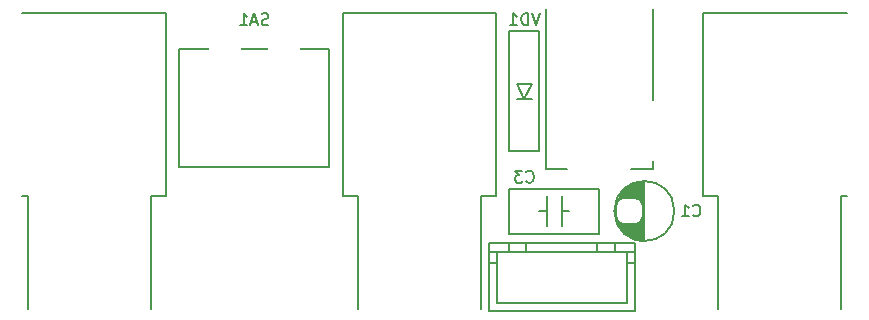
<source format=gbr>
G04 #@! TF.GenerationSoftware,KiCad,Pcbnew,5.1.6-c6e7f7d~87~ubuntu19.10.1*
G04 #@! TF.CreationDate,2022-07-30T16:28:51+06:00*
G04 #@! TF.ProjectId,1590BB2_connector_board_extended_r1a,31353930-4242-4325-9f63-6f6e6e656374,1A*
G04 #@! TF.SameCoordinates,Original*
G04 #@! TF.FileFunction,Legend,Bot*
G04 #@! TF.FilePolarity,Positive*
%FSLAX46Y46*%
G04 Gerber Fmt 4.6, Leading zero omitted, Abs format (unit mm)*
G04 Created by KiCad (PCBNEW 5.1.6-c6e7f7d~87~ubuntu19.10.1) date 2022-07-30 16:28:51*
%MOMM*%
%LPD*%
G01*
G04 APERTURE LIST*
%ADD10C,0.200000*%
%ADD11R,2.700000X2.700000*%
%ADD12O,2.900000X4.200000*%
%ADD13O,2.700000X4.100000*%
%ADD14O,5.700000X3.200000*%
%ADD15O,3.200000X5.200000*%
%ADD16O,5.200000X3.200000*%
%ADD17C,2.100000*%
%ADD18R,2.100000X2.100000*%
G04 APERTURE END LIST*
D10*
X83820000Y-149325000D02*
X96520000Y-149325000D01*
X83820000Y-139325000D02*
X96520000Y-139325000D01*
X83820000Y-149325000D02*
X83820000Y-139325000D01*
X96520000Y-149325000D02*
X96520000Y-139325000D01*
X109340000Y-161290000D02*
X109340000Y-151755000D01*
X98940000Y-161290000D02*
X98940000Y-151755000D01*
X97640000Y-136255000D02*
X110640000Y-136255000D01*
X97640000Y-151755000D02*
X98940000Y-151755000D01*
X109340000Y-151755000D02*
X110640000Y-151755000D01*
X97640000Y-151755000D02*
X97640000Y-136255000D01*
X110640000Y-151755000D02*
X110640000Y-136255000D01*
X128120000Y-151755000D02*
X128120000Y-136255000D01*
X139820000Y-151755000D02*
X140335000Y-151755000D01*
X128120000Y-151755000D02*
X129420000Y-151755000D01*
X128120000Y-136255000D02*
X140335000Y-136255000D01*
X129420000Y-161290000D02*
X129420000Y-151755000D01*
X139820000Y-161290000D02*
X139820000Y-151755000D01*
X82700000Y-151755000D02*
X82700000Y-136255000D01*
X81400000Y-151755000D02*
X82700000Y-151755000D01*
X70485000Y-151755000D02*
X71000000Y-151755000D01*
X70485000Y-136255000D02*
X82700000Y-136255000D01*
X71000000Y-161290000D02*
X71000000Y-151755000D01*
X81400000Y-161290000D02*
X81400000Y-151755000D01*
X114880000Y-149455000D02*
X123880000Y-149455000D01*
X114880000Y-149455000D02*
X114880000Y-135890000D01*
X123880000Y-149455000D02*
X123880000Y-135890000D01*
X111760000Y-137795000D02*
X111760000Y-147955000D01*
X114300000Y-137795000D02*
X114300000Y-147955000D01*
X111760000Y-137795000D02*
X114300000Y-137795000D01*
X111760000Y-147955000D02*
X114300000Y-147955000D01*
X112395000Y-142240000D02*
X113665000Y-142240000D01*
X112395000Y-142240000D02*
X113030000Y-143510000D01*
X113665000Y-142240000D02*
X113030000Y-143510000D01*
X112395000Y-143510000D02*
X113665000Y-143510000D01*
X122405000Y-155765000D02*
X110005000Y-155765000D01*
X122405000Y-161515000D02*
X110005000Y-161515000D01*
X113205000Y-155765000D02*
X113205000Y-156465000D01*
X122405000Y-157465000D02*
X121705000Y-157465000D01*
X119205000Y-155765000D02*
X119205000Y-156465000D01*
X121705000Y-160815000D02*
X110705000Y-160815000D01*
X110705000Y-156465000D02*
X110705000Y-160815000D01*
X110705000Y-157465000D02*
X110005000Y-157465000D01*
X122405000Y-155765000D02*
X122405000Y-161515000D01*
X121705000Y-156465000D02*
X121705000Y-160815000D01*
X110005000Y-155765000D02*
X110005000Y-161515000D01*
X122405000Y-156465000D02*
X110005000Y-156465000D01*
X111705000Y-155765000D02*
X111705000Y-156465000D01*
X120705000Y-155765000D02*
X120705000Y-156465000D01*
X116205000Y-154305000D02*
X116205000Y-151765000D01*
X114935000Y-154305000D02*
X114935000Y-151765000D01*
X116205000Y-153035000D02*
X116840000Y-153035000D01*
X114300000Y-153035000D02*
X114935000Y-153035000D01*
X119380000Y-154940000D02*
X119380000Y-151130000D01*
X111760000Y-154940000D02*
X111760000Y-151130000D01*
X111760000Y-151130000D02*
X119380000Y-151130000D01*
X111760000Y-154940000D02*
X119380000Y-154940000D01*
X125730000Y-153035000D02*
G75*
G03*
X125730000Y-153035000I-2540000J0D01*
G01*
G36*
X123190000Y-150495000D02*
G01*
X122428000Y-150622000D01*
X121285000Y-151384000D01*
X120650000Y-153035000D01*
X121285000Y-154686000D01*
X122428000Y-155448000D01*
X123190000Y-155575000D01*
X123190000Y-150495000D01*
G37*
X123190000Y-150495000D02*
X122428000Y-150622000D01*
X121285000Y-151384000D01*
X120650000Y-153035000D01*
X121285000Y-154686000D01*
X122428000Y-155448000D01*
X123190000Y-155575000D01*
X123190000Y-150495000D01*
X91360476Y-137247261D02*
X91217619Y-137294880D01*
X90979523Y-137294880D01*
X90884285Y-137247261D01*
X90836666Y-137199642D01*
X90789047Y-137104404D01*
X90789047Y-137009166D01*
X90836666Y-136913928D01*
X90884285Y-136866309D01*
X90979523Y-136818690D01*
X91170000Y-136771071D01*
X91265238Y-136723452D01*
X91312857Y-136675833D01*
X91360476Y-136580595D01*
X91360476Y-136485357D01*
X91312857Y-136390119D01*
X91265238Y-136342500D01*
X91170000Y-136294880D01*
X90931904Y-136294880D01*
X90789047Y-136342500D01*
X90408095Y-137009166D02*
X89931904Y-137009166D01*
X90503333Y-137294880D02*
X90170000Y-136294880D01*
X89836666Y-137294880D01*
X88979523Y-137294880D02*
X89550952Y-137294880D01*
X89265238Y-137294880D02*
X89265238Y-136294880D01*
X89360476Y-136437738D01*
X89455714Y-136532976D01*
X89550952Y-136580595D01*
X114339523Y-136294880D02*
X114006190Y-137294880D01*
X113672857Y-136294880D01*
X113339523Y-137294880D02*
X113339523Y-136294880D01*
X113101428Y-136294880D01*
X112958571Y-136342500D01*
X112863333Y-136437738D01*
X112815714Y-136532976D01*
X112768095Y-136723452D01*
X112768095Y-136866309D01*
X112815714Y-137056785D01*
X112863333Y-137152023D01*
X112958571Y-137247261D01*
X113101428Y-137294880D01*
X113339523Y-137294880D01*
X111815714Y-137294880D02*
X112387142Y-137294880D01*
X112101428Y-137294880D02*
X112101428Y-136294880D01*
X112196666Y-136437738D01*
X112291904Y-136532976D01*
X112387142Y-136580595D01*
X113196666Y-150534642D02*
X113244285Y-150582261D01*
X113387142Y-150629880D01*
X113482380Y-150629880D01*
X113625238Y-150582261D01*
X113720476Y-150487023D01*
X113768095Y-150391785D01*
X113815714Y-150201309D01*
X113815714Y-150058452D01*
X113768095Y-149867976D01*
X113720476Y-149772738D01*
X113625238Y-149677500D01*
X113482380Y-149629880D01*
X113387142Y-149629880D01*
X113244285Y-149677500D01*
X113196666Y-149725119D01*
X112863333Y-149629880D02*
X112244285Y-149629880D01*
X112577619Y-150010833D01*
X112434761Y-150010833D01*
X112339523Y-150058452D01*
X112291904Y-150106071D01*
X112244285Y-150201309D01*
X112244285Y-150439404D01*
X112291904Y-150534642D01*
X112339523Y-150582261D01*
X112434761Y-150629880D01*
X112720476Y-150629880D01*
X112815714Y-150582261D01*
X112863333Y-150534642D01*
X127320357Y-153392142D02*
X127367976Y-153439761D01*
X127510833Y-153487380D01*
X127606071Y-153487380D01*
X127748928Y-153439761D01*
X127844166Y-153344523D01*
X127891785Y-153249285D01*
X127939404Y-153058809D01*
X127939404Y-152915952D01*
X127891785Y-152725476D01*
X127844166Y-152630238D01*
X127748928Y-152535000D01*
X127606071Y-152487380D01*
X127510833Y-152487380D01*
X127367976Y-152535000D01*
X127320357Y-152582619D01*
X126367976Y-153487380D02*
X126939404Y-153487380D01*
X126653690Y-153487380D02*
X126653690Y-152487380D01*
X126748928Y-152630238D01*
X126844166Y-152725476D01*
X126939404Y-152773095D01*
%LPC*%
D11*
X92670000Y-139075000D03*
X87670000Y-139075000D03*
X87770000Y-151775000D03*
X87770000Y-155575000D03*
X87770000Y-159375000D03*
X92570000Y-151775000D03*
X92570000Y-159375000D03*
X92570000Y-155575000D03*
D12*
X104140000Y-142755000D03*
D13*
X106640000Y-157755000D03*
X101640000Y-157755000D03*
D12*
X134620000Y-142755000D03*
D13*
X137120000Y-157755000D03*
X132120000Y-157755000D03*
X73700000Y-157755000D03*
X78700000Y-157755000D03*
D12*
X76200000Y-142755000D03*
D14*
X119380000Y-148755000D03*
D15*
X124180000Y-146255000D03*
D16*
X119380000Y-142755000D03*
D17*
X113030000Y-139065000D03*
D18*
X113030000Y-146685000D03*
X112455000Y-158115000D03*
X114955000Y-158115000D03*
X117455000Y-158115000D03*
D17*
X119955000Y-158115000D03*
D18*
X118110000Y-153035000D03*
X113030000Y-153035000D03*
X124460000Y-157480000D03*
D17*
X124460000Y-153035000D03*
G36*
G01*
X122970000Y-152615000D02*
X122970000Y-153455000D01*
G75*
G02*
X122340000Y-154085000I-630000J0D01*
G01*
X121500000Y-154085000D01*
G75*
G02*
X120870000Y-153455000I0J630000D01*
G01*
X120870000Y-152615000D01*
G75*
G02*
X121500000Y-151985000I630000J0D01*
G01*
X122340000Y-151985000D01*
G75*
G02*
X122970000Y-152615000I0J-630000D01*
G01*
G37*
D18*
X127000000Y-157480000D03*
M02*

</source>
